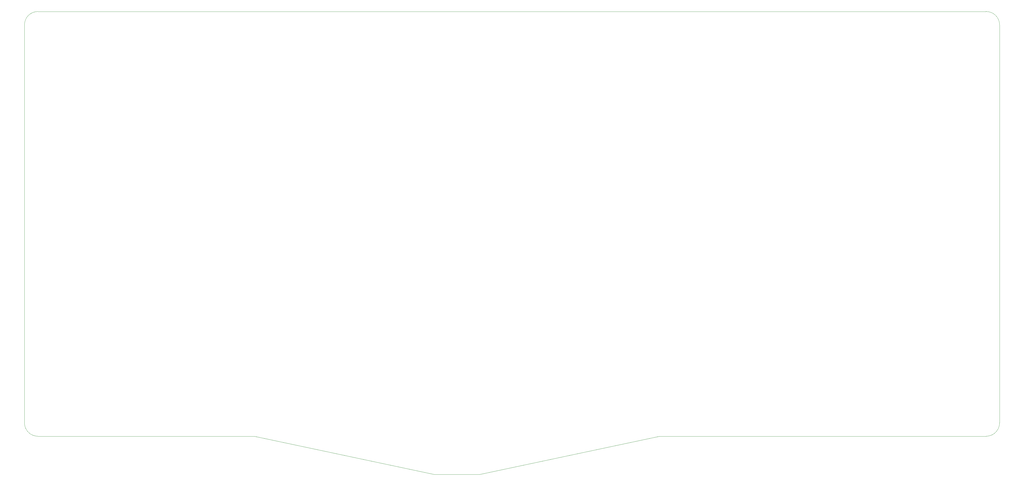
<source format=gm1>
G04 #@! TF.GenerationSoftware,KiCad,Pcbnew,(5.1.6)-1*
G04 #@! TF.CreationDate,2020-07-26T17:53:41-05:00*
G04 #@! TF.ProjectId,Bonsai Base Plate,426f6e73-6169-4204-9261-736520506c61,rev?*
G04 #@! TF.SameCoordinates,Original*
G04 #@! TF.FileFunction,Profile,NP*
%FSLAX46Y46*%
G04 Gerber Fmt 4.6, Leading zero omitted, Abs format (unit mm)*
G04 Created by KiCad (PCBNEW (5.1.6)-1) date 2020-07-26 17:53:41*
%MOMM*%
%LPD*%
G01*
G04 APERTURE LIST*
G04 #@! TA.AperFunction,Profile*
%ADD10C,0.050000*%
G04 #@! TD*
G04 APERTURE END LIST*
D10*
X41037509Y-210272630D02*
G75*
G02*
X36234370Y-205474569I-2539J4800600D01*
G01*
X384699511Y-205484733D02*
X384702050Y-63049150D01*
X118543070Y-210272630D02*
X182707176Y-223911070D01*
X36236910Y-63087250D02*
X36234370Y-205474569D01*
X182707175Y-223911258D02*
X198897729Y-223911259D01*
X198897729Y-223911259D02*
X263067695Y-210271510D01*
X41037509Y-210272630D02*
X118543070Y-210272630D01*
X36236910Y-63087250D02*
G75*
G02*
X41032431Y-58289192I4798060J-1D01*
G01*
X379865891Y-58289191D02*
X41032430Y-58289190D01*
X379891290Y-210272630D02*
X263067695Y-210271510D01*
X379865891Y-58289191D02*
G75*
G02*
X384702050Y-63049150I38100J-4798059D01*
G01*
X384699511Y-205484733D02*
G75*
G02*
X379891290Y-210272630I-4798059J10162D01*
G01*
M02*

</source>
